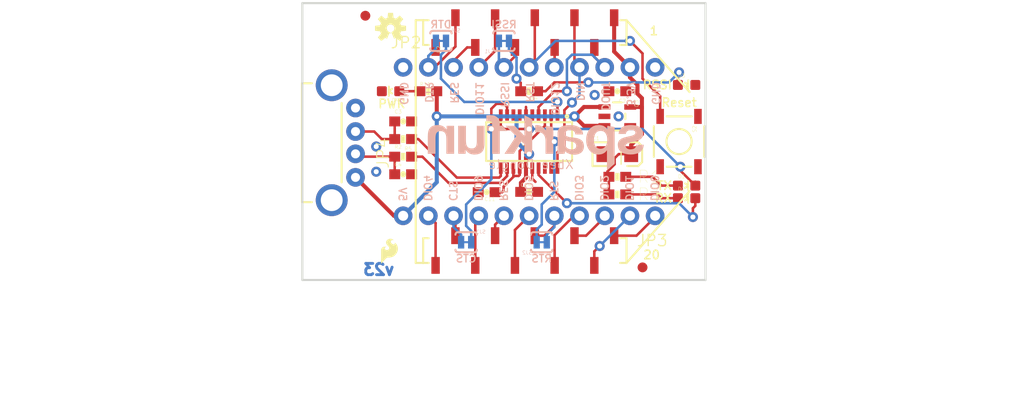
<source format=kicad_pcb>
(kicad_pcb (version 20211014) (generator pcbnew)
  (layers (0 "F.Cu" signal) (31 "B.Cu" signal) (34 "B.Paste" user) (35 "F.Paste" user) (36 "B.SilkS" user "B.Silkscreen") (37 "F.SilkS" user "F.Silkscreen") (38 "B.Mask" user) (39 "F.Mask" user) (44 "Edge.Cuts" user))
  (net 0 "")
  (net 1 "GND")
  (net 2 "RESET")
  (net 3 "5V")
  (net 4 "N$38")
  (net 5 "N$1")
  (net 6 "N$4")
  (net 7 "DIN")
  (net 8 "DOUT")
  (net 9 "3.3V")
  (net 10 "TXLED")
  (net 11 "RXLED")
  (net 12 "DIO4")
  (net 13 "CTS")
  (net 14 "DIO9")
  (net 15 "DIO5")
  (net 16 "RTS")
  (net 17 "DIO3")
  (net 18 "DIO2")
  (net 19 "DIO1")
  (net 20 "DIO0")
  (net 21 "DTR")
  (net 22 "RES1")
  (net 23 "RES2")
  (net 24 "DIO11")
  (net 25 "RSSI")
  (net 26 "DIO12")
  (net 27 "N$2")
  (net 28 "3V-INT")
  (net 29 "N$3")
  (net 30 "N$5")
  (net 31 "N$6")
  (net 32 "N$7")
  (net 33 "N$8")
  (net 34 "RTS_XBEE")
  (net 35 "CTS_XBEE")
  (net 36 "DTR_XBEE")
  (footprint "boardEagle:SOT23-5" (layer "F.Cu") (at 159.9311 102.4636 -90)
    (fp_text reference "U3" (at -0.889 -2.159 -90) (layer "F.SilkS") (effects (font (size 0.373888 0.373888) (thickness 0.032512)) (justify left bottom)))
    (fp_text value "MIC5219 3.3V")
    (pad "1" smd rect (at -0.95 1.3001 270) (size 0.55 1.2) (layers "F.Cu" "F.Paste" "F.Mask") (net 3 "5V"))
    (pad "2" smd rect (at 0 1.3001 270) (size 0.55 1.2) (layers "F.Cu" "F.Paste" "F.Mask") (net 1 "GND"))
    (pad "3" smd rect (at 0.95 1.3001 270) (size 0.55 1.2) (layers "F.Cu" "F.Paste" "F.Mask") (net 3 "5V"))
    (pad "4" smd rect (at 0.95 -1.3001 270) (size 0.55 1.2) (layers "F.Cu" "F.Paste" "F.Mask"))
    (pad "5" smd rect (at -0.95 -1.3001 270) (size 0.55 1.2) (layers "F.Cu" "F.Paste" "F.Mask") (net 9 "3.3V"))
  )
  (footprint "boardEagle:0603-CAP" (layer "F.Cu") (at 138.3411 108.3056)
    (fp_text reference "C4" (at -0.889 -0.762) (layer "F.SilkS") (effects (font (size 0.373888 0.373888) (thickness 0.032512)) (justify left bottom)))
    (fp_text value "47pF")
    (pad "1" smd rect (at -0.85 0) (size 1.1 1) (layers "F.Cu" "F.Paste" "F.Mask") (net 29 "N$3"))
    (pad "2" smd rect (at 0.85 0) (size 1.1 1) (layers "F.Cu" "F.Paste" "F.Mask") (net 1 "GND"))
  )
  (footprint "boardEagle:CREATIVE_COMMONS" (layer "F.Cu") (at 118.0211 129.1336)
    (fp_text reference "FRAME1" hide)
    (fp_text value "FRAME-LETTER" hide)
  )
  (footprint "boardEagle:0603-CAP" (layer "F.Cu") (at 159.9311 99.9236 180)
    (fp_text reference "C2" (at -0.889 -0.762 180) (layer "F.SilkS") (effects (font (size 0.373888 0.373888) (thickness 0.032512)) (justify right top)))
    (fp_text value "0.1uF")
    (pad "1" smd rect (at -0.85 0 180) (size 1.1 1) (layers "F.Cu" "F.Paste" "F.Mask") (net 9 "3.3V"))
    (pad "2" smd rect (at 0.85 0 180) (size 1.1 1) (layers "F.Cu" "F.Paste" "F.Mask") (net 1 "GND"))
  )
  (footprint "boardEagle:EIA3216" (layer "F.Cu") (at 159.9311 106.2736)
    (fp_text reference "C1" (at -2.54 -1.381) (layer "F.SilkS") (effects (font (size 0.373888 0.373888) (thickness 0.032512)) (justify left bottom)))
    (fp_text value "10uF")
    (pad "A" smd rect (at 1.4 0 90) (size 1.6 1.4) (layers "F.Cu" "F.Paste" "F.Mask") (net 9 "3.3V"))
    (pad "C" smd rect (at -1.4 0 90) (size 1.6 1.4) (layers "F.Cu" "F.Paste" "F.Mask") (net 1 "GND"))
  )
  (footprint "boardEagle:0603-RES" (layer "F.Cu") (at 151.0411 99.9236 180)
    (fp_text reference "R4" (at -0.889 -0.6985) (layer "F.SilkS") (effects (font (size 0.376489 0.376489) (thickness 0.029911)) (justify right)))
    (fp_text value "330")
    (pad "1" smd rect (at -0.85 0 180) (size 1.1 1) (layers "F.Cu" "F.Paste" "F.Mask") (net 27 "N$2"))
    (pad "2" smd rect (at 0.85 0 180) (size 1.1 1) (layers "F.Cu" "F.Paste" "F.Mask") (net 33 "N$8"))
  )
  (footprint "boardEagle:SFE_LOGO_FLAME_.1" (layer "F.Cu") (at 135.8011 117.7036)
    (fp_text reference "LOGO1" hide)
    (fp_text value "SFE_LOGO_FLAME.1_INCH" hide)
  )
  (footprint "boardEagle:0603-CAP" (layer "F.Cu") (at 146.758662 110.111541 180)
    (fp_text reference "C11" (at -0.889 -0.6985) (layer "F.SilkS") (effects (font (size 0.376489 0.376489) (thickness 0.029911)) (justify right)))
    (fp_text value "0.1uF")
    (pad "1" smd rect (at -0.85 0 180) (size 1.1 1) (layers "F.Cu" "F.Paste" "F.Mask") (net 28 "3V-INT"))
    (pad "2" smd rect (at 0.85 0 180) (size 1.1 1) (layers "F.Cu" "F.Paste" "F.Mask") (net 1 "GND"))
  )
  (footprint "boardEagle:FIDUCIAL-1X2" (layer "F.Cu") (at 162.4711 117.7036)
    (fp_text reference "FID2" hide)
    (fp_text value "FIDUCIAL1X2" hide)
    (pad "1" smd roundrect (at 0 0) (size 1 1) (layers "F.Cu" "F.Mask") (roundrect_rratio 0.5))
  )
  (footprint "boardEagle:FIDUCIAL-1X2" (layer "F.Cu") (at 134.5311 92.3036)
    (fp_text reference "FID1" hide)
    (fp_text value "FIDUCIAL1X2" hide)
    (pad "1" smd roundrect (at 0 0) (size 1 1) (layers "F.Cu" "F.Mask") (roundrect_rratio 0.5))
  )
  (footprint "boardEagle:STAND-OFF" (layer "F.Cu") (at 130.7211 116.4336)
    (fp_text reference "U$5" hide)
    (fp_text value "STAND-OFF" hide)
    (pad "" np_thru_hole circle (at 0 0) (size 3.302 3.302) (drill 3.302) (layers *.Cu *.Mask))
  )
  (footprint "boardEagle:0603-RES" (layer "F.Cu") (at 138.3411 106.5276)
    (fp_text reference "R2" (at -0.889 -0.762) (layer "F.SilkS") (effects (font (size 0.373888 0.373888) (thickness 0.032512)) (justify left bottom)))
    (fp_text value "27")
    (pad "1" smd rect (at -0.85 0) (size 1.1 1) (layers "F.Cu" "F.Paste" "F.Mask") (net 29 "N$3"))
    (pad "2" smd rect (at 0.85 0) (size 1.1 1) (layers "F.Cu" "F.Paste" "F.Mask") (net 30 "N$5"))
  )
  (footprint "boardEagle:0603-RES" (layer "F.Cu") (at 159.9311 108.5596)
    (fp_text reference "R1" (at 2 0) (layer "F.SilkS") (effects (font (size 1.240089 1.240089) (thickness 0.029911)) (justify left)))
    (fp_text value "1K")
    (pad "1" smd rect (at -0.85 0) (size 1.1 1) (layers "F.Cu" "F.Paste" "F.Mask") (net 9 "3.3V"))
    (pad "2" smd rect (at 0.85 0) (size 1.1 1) (layers "F.Cu" "F.Paste" "F.Mask") (net 5 "N$1"))
  )
  (footprint "boardEagle:1X11_NO_SILK" (layer "F.Cu") (at 163.7411 112.4966 180)
    (fp_text reference "JP3" (at -1.3462 -1.8288 180) (layer "F.SilkS") (effects (font (size 1.143 1.143) (thickness 0.127)) (justify right top)))
    (fp_text value "M111X11_NO_SILK")
    (pad "1" thru_hole circle (at 0 0 270) (size 1.8796 1.8796) (drill 1.016) (layers *.Cu *.Mask) (net 20 "DIO0"))
    (pad "2" thru_hole circle (at 2.54 0 270) (size 1.8796 1.8796) (drill 1.016) (layers *.Cu *.Mask) (net 19 "DIO1"))
    (pad "3" thru_hole circle (at 5.08 0 270) (size 1.8796 1.8796) (drill 1.016) (layers *.Cu *.Mask) (net 18 "DIO2"))
    (pad "4" thru_hole circle (at 7.62 0 270) (size 1.8796 1.8796) (drill 1.016) (layers *.Cu *.Mask) (net 17 "DIO3"))
    (pad "5" thru_hole circle (at 10.16 0 270) (size 1.8796 1.8796) (drill 1.016) (layers *.Cu *.Mask) (net 34 "RTS_XBEE"))
    (pad "6" thru_hole circle (at 12.7 0 270) (size 1.8796 1.8796) (drill 1.016) (layers *.Cu *.Mask) (net 15 "DIO5"))
    (pad "7" thru_hole circle (at 15.24 0 270) (size 1.8796 1.8796) (drill 1.016) (layers *.Cu *.Mask) (net 23 "RES2"))
    (pad "8" thru_hole circle (at 17.78 0 270) (size 1.8796 1.8796) (drill 1.016) (layers *.Cu *.Mask) (net 14 "DIO9"))
    (pad "9" thru_hole circle (at 20.32 0 270) (size 1.8796 1.8796) (drill 1.016) (layers *.Cu *.Mask) (net 35 "CTS_XBEE"))
    (pad "10" thru_hole circle (at 22.86 0 270) (size 1.8796 1.8796) (drill 1.016) (layers *.Cu *.Mask) (net 12 "DIO4"))
    (pad "11" thru_hole circle (at 25.4 0 270) (size 1.8796 1.8796) (drill 1.016) (layers *.Cu *.Mask) (net 3 "5V"))
  )
  (footprint "boardEagle:1X11_NO_SILK" (layer "F.Cu") (at 138.3411 97.5106)
    (fp_text reference "JP2" (at -1.3462 -1.8288) (layer "F.SilkS") (effects (font (size 1.143 1.143) (thickness 0.127)) (justify left bottom)))
    (fp_text value "M111X11_NO_SILK")
    (pad "1" thru_hole circle (at 0 0 90) (size 1.8796 1.8796) (drill 1.016) (layers *.Cu *.Mask) (net 1 "GND"))
    (pad "2" thru_hole circle (at 2.54 0 90) (size 1.8796 1.8796) (drill 1.016) (layers *.Cu *.Mask) (net 36 "DTR_XBEE"))
    (pad "3" thru_hole circle (at 5.08 0 90) (size 1.8796 1.8796) (drill 1.016) (layers *.Cu *.Mask) (net 22 "RES1"))
    (pad "4" thru_hole circle (at 7.62 0 90) (size 1.8796 1.8796) (drill 1.016) (layers *.Cu *.Mask) (net 24 "DIO11"))
    (pad "5" thru_hole circle (at 10.16 0 90) (size 1.8796 1.8796) (drill 1.016) (layers *.Cu *.Mask) (net 25 "RSSI"))
    (pad "6" thru_hole circle (at 12.7 0 90) (size 1.8796 1.8796) (drill 1.016) (layers *.Cu *.Mask) (net 2 "RESET"))
    (pad "7" thru_hole circle (at 15.24 0 90) (size 1.8796 1.8796) (drill 1.016) (layers *.Cu *.Mask) (net 26 "DIO12"))
    (pad "8" thru_hole circle (at 17.78 0 90) (size 1.8796 1.8796) (drill 1.016) (layers *.Cu *.Mask) (net 7 "DIN"))
    (pad "9" thru_hole circle (at 20.32 0 90) (size 1.8796 1.8796) (drill 1.016) (layers *.Cu *.Mask) (net 8 "DOUT"))
    (pad "10" thru_hole circle (at 22.86 0 90) (size 1.8796 1.8796) (drill 1.016) (layers *.Cu *.Mask) (net 9 "3.3V"))
    (pad "11" thru_hole circle (at 25.4 0 90) (size 1.8796 1.8796) (drill 1.016) (layers *.Cu *.Mask) (net 1 "GND"))
  )
  (footprint "boardEagle:STAND-OFF" (layer "F.Cu") (at 166.2811 93.5736)
    (fp_text reference "U$10" hide)
    (fp_text value "STAND-OFF" hide)
    (pad "" np_thru_hole circle (at 0 0) (size 3.302 3.302) (drill 3.302) (layers *.Cu *.Mask))
  )
  (footprint "boardEagle:XBEE-SMD" (layer "F.Cu") (at 139.6111 105.0036 -90)
    (fp_text reference "U2" (at -8.89 -2.54 -90) (layer "F.SilkS") (effects (font (size 0.373888 0.373888) (thickness 0.032512)) (justify left bottom)))
    (fp_text value "XBEE-1B3")
    (pad "1" smd rect (at -12.5 -20) (size 0.85 1.7) (layers "F.Cu" "F.Paste" "F.Mask") (net 9 "3.3V"))
    (pad "2" smd rect (at -9.5 -18) (size 0.85 1.7) (layers "F.Cu" "F.Paste" "F.Mask") (net 8 "DOUT"))
    (pad "3" smd rect (at -12.5 -16) (size 0.85 1.7) (layers "F.Cu" "F.Paste" "F.Mask") (net 7 "DIN"))
    (pad "4" smd rect (at -9.5 -14) (size 0.85 1.7) (layers "F.Cu" "F.Paste" "F.Mask") (net 26 "DIO12"))
    (pad "5" smd rect (at -12.5 -12) (size 0.85 1.7) (layers "F.Cu" "F.Paste" "F.Mask") (net 2 "RESET"))
    (pad "6" smd rect (at -9.5 -10) (size 0.85 1.7) (layers "F.Cu" "F.Paste" "F.Mask") (net 25 "RSSI"))
    (pad "7" smd rect (at -12.5 -8) (size 0.85 1.7) (layers "F.Cu" "F.Paste" "F.Mask") (net 24 "DIO11"))
    (pad "8" smd rect (at -9.5 -6) (size 0.85 1.7) (layers "F.Cu" "F.Paste" "F.Mask") (net 22 "RES1"))
    (pad "9" smd rect (at -12.5 -4) (size 0.85 1.7) (layers "F.Cu" "F.Paste" "F.Mask") (net 36 "DTR_XBEE"))
    (pad "10" smd rect (at -9.5 -2) (size 0.85 1.7) (layers "F.Cu" "F.Paste" "F.Mask") (net 1 "GND"))
    (pad "11" smd rect (at 12.5 -2) (size 0.85 1.7) (layers "F.Cu" "F.Paste" "F.Mask") (net 12 "DIO4"))
    (pad "12" smd rect (at 9.5 -4) (size 0.85 1.7) (layers "F.Cu" "F.Paste" "F.Mask") (net 35 "CTS_XBEE"))
    (pad "13" smd rect (at 12.5 -6) (size 0.85 1.7) (layers "F.Cu" "F.Paste" "F.Mask") (net 14 "DIO9"))
    (pad "14" smd rect (at 9.5 -8) (size 0.85 1.7) (layers "F.Cu" "F.Paste" "F.Mask") (net 23 "RES2"))
    (pad "15" smd rect (at 12.5 -10) (size 0.85 1.7) (layers "F.Cu" "F.Paste" "F.Mask") (net 15 "DIO5"))
    (pad "16" smd rect (at 9.5 -12) (size 0.85 1.7) (layers "F.Cu" "F.Paste" "F.Mask") (net 34 "RTS_XBEE"))
    (pad "17" smd rect (at 12.5 -14) (size 0.85 1.7) (layers "F.Cu" "F.Paste" "F.Mask") (net 17 "DIO3"))
    (pad "18" smd rect (at 9.5 -16) (size 0.85 1.7) (layers "F.Cu" "F.Paste" "F.Mask") (net 18 "DIO2"))
    (pad "19" smd rect (at 12.5 -18) (size 0.85 1.7) (layers "F.Cu" "F.Paste" "F.Mask") (net 19 "DIO1"))
    (pad "20" smd rect (at 9.5 -20) (size 0.85 1.7) (layers "F.Cu" "F.Paste" "F.Mask") (net 20 "DIO0"))
  )
  (footprint "boardEagle:SSOP20_L" (layer "F.Cu") (at 151.0411 105.0036 180)
    (fp_text reference "U4" (at 0 0 180) (layer "F.SilkS") (effects (font (size 0.373888 0.373888) (thickness 0.032512)) (justify right top)))
    (fp_text value "FTS31XS-U")
    (pad "1" smd rect (at -2.8575 2.6797) (size 0.381 1.143) (layers "F.Cu" "F.Paste" "F.Mask") (net 21 "DTR"))
    (pad "2" smd rect (at -2.2225 2.6797) (size 0.381 1.143) (layers "F.Cu" "F.Paste" "F.Mask") (net 16 "RTS"))
    (pad "3" smd rect (at -1.5875 2.6797) (size 0.381 1.143) (layers "F.Cu" "F.Paste" "F.Mask") (net 28 "3V-INT"))
    (pad "4" smd rect (at -0.9525 2.6797) (size 0.381 1.143) (layers "F.Cu" "F.Paste" "F.Mask") (net 8 "DOUT"))
    (pad "5" smd rect (at -0.3175 2.6797) (size 0.381 1.143) (layers "F.Cu" "F.Paste" "F.Mask"))
    (pad "6" smd rect (at 0.3175 2.6797) (size 0.381 1.143) (layers "F.Cu" "F.Paste" "F.Mask") (net 1 "GND"))
    (pad "7" smd rect (at 0.9525 2.6797) (size 0.381 1.143) (layers "F.Cu" "F.Paste" "F.Mask"))
    (pad "8" smd rect (at 1.5875 2.6797) (size 0.381 1.143) (layers "F.Cu" "F.Paste" "F.Mask"))
    (pad "9" smd rect (at 2.2225 2.6797) (size 0.381 1.143) (layers "F.Cu" "F.Paste" "F.Mask") (net 13 "CTS"))
    (pad "10" smd rect (at 2.8575 2.6797) (size 0.381 1.143) (layers "F.Cu" "F.Paste" "F.Mask") (net 10 "TXLED"))
    (pad "11" smd rect (at 2.8575 -2.6797 180) (size 0.381 1.143) (layers "F.Cu" "F.Paste" "F.Mask") (net 32 "N$7"))
    (pad "12" smd rect (at 2.2225 -2.6797 180) (size 0.381 1.143) (layers "F.Cu" "F.Paste" "F.Mask") (net 30 "N$5"))
    (pad "13" smd rect (at 1.5875 -2.6797 180) (size 0.381 1.143) (layers "F.Cu" "F.Paste" "F.Mask") (net 28 "3V-INT"))
    (pad "14" smd rect (at 0.9525 -2.6797 180) (size 0.381 1.143) (layers "F.Cu" "F.Paste" "F.Mask") (net 28 "3V-INT"))
    (pad "15" smd rect (at 0.3175 -2.6797 180) (size 0.381 1.143) (layers "F.Cu" "F.Paste" "F.Mask") (net 3 "5V"))
    (pad "16" smd rect (at -0.3175 -2.6797 180) (size 0.381 1.143) (layers "F.Cu" "F.Paste" "F.Mask") (net 1 "GND"))
    (pad "17" smd rect (at -0.9525 -2.6797 180) (size 0.381 1.143) (layers "F.Cu" "F.Paste" "F.Mask") (net 11 "RXLED"))
    (pad "18" smd rect (at -1.5875 -2.6797 180) (size 0.381 1.143) (layers "F.Cu" "F.Paste" "F.Mask"))
    (pad "19" smd rect (at -2.2225 -2.6797 180) (size 0.381 1.143) (layers "F.Cu" "F.Paste" "F.Mask"))
    (pad "20" smd rect (at -2.8575 -2.6797 180) (size 0.381 1.143) (layers "F.Cu" "F.Paste" "F.Mask") (net 7 "DIN"))
  )
  (footprint "boardEagle:LED-0603" (layer "F.Cu") (at 137.0711 99.9236 90)
    (fp_text reference "D4" (at -0.6985 0.889 180) (layer "F.SilkS") (effects (font (size 0.373888 0.373888) (thickness 0.032512)) (justify right top)))
    (fp_text value "RED")
    (pad "A" smd roundrect (at 0 0.877 90) (size 1 1) (layers "F.Cu" "F.Paste" "F.Mask") (roundrect_rratio 0.15) (net 4 "N$38"))
    (pad "C" smd roundrect (at 0 -0.877 90) (size 1 1) (layers "F.Cu" "F.Paste" "F.Mask") (roundrect_rratio 0.15) (net 1 "GND"))
  )
  (footprint "boardEagle:0603-CAP" (layer "F.Cu") (at 138.3411 102.9716)
    (fp_text reference "C3" (at -0.889 -0.762) (layer "F.SilkS") (effects (font (size 0.373888 0.373888) (thickness 0.032512)) (justify left bottom)))
    (fp_text value "47pF")
    (pad "1" smd rect (at -0.85 0) (size 1.1 1) (layers "F.Cu" "F.Paste" "F.Mask") (net 31 "N$6"))
    (pad "2" smd rect (at 0.85 0) (size 1.1 1) (layers "F.Cu" "F.Paste" "F.Mask") (net 1 "GND"))
  )
  (footprint "boardEagle:0603-CAP" (layer "F.Cu") (at 151.0411 110.0836)
    (fp_text reference "C14" (at -0.889 -0.6985) (layer "F.SilkS") (effects (font (size 0.376489 0.376489) (thickness 0.029911)) (justify left)))
    (fp_text value "0.1uF")
    (pad "1" smd rect (at -0.85 0) (size 1.1 1) (layers "F.Cu" "F.Paste" "F.Mask") (net 3 "5V"))
    (pad "2" smd rect (at 0.85 0) (size 1.1 1) (layers "F.Cu" "F.Paste" "F.Mask") (net 1 "GND"))
  )
  (footprint "boardEagle:LED-0603" (layer "F.Cu") (at 166.9161 99.2886 -90)
    (fp_text reference "D3" (at -0.6985 0.889) (layer "F.SilkS") (effects (font (size 0.373888 0.373888) (thickness 0.032512)) (justify left bottom)))
    (fp_text value "GREEN")
    (pad "A" smd roundrect (at 0 0.877 270) (size 1 1) (layers "F.Cu" "F.Paste" "F.Mask") (roundrect_rratio 0.15) (net 27 "N$2"))
    (pad "C" smd roundrect (at 0 -0.877 270) (size 1 1) (layers "F.Cu" "F.Paste" "F.Mask") (roundrect_rratio 0.15) (net 1 "GND"))
  )
  (footprint "boardEagle:LED-0603" (layer "F.Cu") (at 166.9161 110.7186 -90)
    (fp_text reference "D2" (at -0.6985 0.889) (layer "F.SilkS") (effects (font (size 0.373888 0.373888) (thickness 0.032512)) (justify left bottom)))
    (fp_text value "Yellow")
    (pad "A" smd roundrect (at 0 0.877 270) (size 1 1) (layers "F.Cu" "F.Paste" "F.Mask") (roundrect_rratio 0.15) (net 6 "N$4"))
    (pad "C" smd roundrect (at 0 -0.877 270) (size 1 1) (layers "F.Cu" "F.Paste" "F.Mask") (roundrect_rratio 0.15) (net 11 "RXLED"))
  )
  (footprint "boardEagle:0603-RES" (layer "F.Cu") (at 140.8811 99.9236)
    (fp_text reference "R11" (at -0.889 -0.6985) (layer "F.SilkS") (effects (font (size 0.376489 0.376489) (thickness 0.029911)) (justify left)))
    (fp_text value "1K")
    (pad "1" smd rect (at -0.85 0) (size 1.1 1) (layers "F.Cu" "F.Paste" "F.Mask") (net 4 "N$38"))
    (pad "2" smd rect (at 0.85 0) (size 1.1 1) (layers "F.Cu" "F.Paste" "F.Mask") (net 3 "5V"))
  )
  (footprint "boardEagle:STAND-OFF" (layer "F.Cu") (at 166.2811 116.4336)
    (fp_text reference "U$11" hide)
    (fp_text value "STAND-OFF" hide)
    (pad "" np_thru_hole circle (at 0 0) (size 3.302 3.302) (drill 3.302) (layers *.Cu *.Mask))
  )
  (footprint "boardEagle:TACTILE_SWITCH_SMD" (layer "F.Cu") (at 166.1541 105.0036 -90)
    (fp_text reference "S2" (at -0.889 -1.778 -90) (layer "F.SilkS") (effects (font (size 0.373888 0.373888) (thickness 0.032512)) (justify left bottom)))
    (fp_text value "Reset")
    (pad "1" smd rect (at -2.54 -1.905) (size 0.762 1.524) (layers "F.Cu" "F.Paste" "F.Mask") (net 1 "GND"))
    (pad "2" smd rect (at 2.54 -1.905) (size 0.762 1.524) (layers "F.Cu" "F.Paste" "F.Mask"))
    (pad "3" smd rect (at -2.54 1.905) (size 0.762 1.524) (layers "F.Cu" "F.Paste" "F.Mask") (net 2 "RESET"))
    (pad "4" smd rect (at 2.54 1.905) (size 0.762 1.524) (layers "F.Cu" "F.Paste" "F.Mask"))
  )
  (footprint "boardEagle:0603-RES" (layer "F.Cu") (at 159.9311 110.3376)
    (fp_text reference "R3" (at 2 0) (layer "F.SilkS") (effects (font (size 1.240089 1.240089) (thickness 0.029911)) (justify left)))
    (fp_text value "1K")
    (pad "1" smd rect (at -0.85 0) (size 1.1 1) (layers "F.Cu" "F.Paste" "F.Mask") (net 9 "3.3V"))
    (pad "2" smd rect (at 0.85 0) (size 1.1 1) (layers "F.Cu" "F.Paste" "F.Mask") (net 6 "N$4"))
  )
  (footprint "boardEagle:USB-A-H" (layer "F.Cu") (at 131.1402 105.1179)
    (fp_text reference "JP4" (at 5.85 2.7 90) (layer "F.SilkS") (effects (font (size 1.1684 1.1684) (thickness 0.1016)) (justify left bottom)))
    (fp_text value "USB-A-H" hide)
    (pad "" np_thru_hole circle (at -0.1 -2.25) (size 1.1 1.1) (drill 1.1) (layers *.Cu *.Mask))
    (pad "" np_thru_hole circle (at -0.1 2.25) (size 1.1 1.1) (drill 1.1) (layers *.Cu *.Mask))
    (pad "D+" thru_hole circle (at 2.4 -1.127 270) (size 1.8796 1.8796) (drill 0.9144) (layers *.Cu *.Mask) (net 31 "N$6"))
    (pad "D-" thru_hole circle (at 2.4 1.127 270) (size 1.8796 1.8796) (drill 0.9144) (layers *.Cu *.Mask) (net 29 "N$3"))
    (pad "GND" thru_hole circle (at 2.4 -3.5 270) (size 1.8796 1.8796) (drill 0.9144) (layers *.Cu *.Mask) (net 1 "GND"))
    (pad "GND2" thru_hole circle (at 0 5.8 270) (size 3.216 3.216) (drill 2.2) (layers *.Cu *.Mask))
    (pad "GND3" thru_hole circle (at 0 -5.8 270) (size 3.216 3.216) (drill 2.2) (layers *.Cu *.Mask))
    (pad "VBUS" thru_hole circle (at 2.4 3.5 270) (size 1.8796 1.8796) (drill 0.9144) (layers *.Cu *.Mask) (net 3 "5V"))
  )
  (footprint "boardEagle:0603-RES" (layer "F.Cu") (at 138.3411 104.7496 180)
    (fp_text reference "R5" (at -0.889 -0.762 180) (layer "F.SilkS") (effects (font (size 0.373888 0.373888) (thickness 0.032512)) (justify right top)))
    (fp_text value "27")
    (pad "1" smd rect (at -0.85 0 180) (size 1.1 1) (layers "F.Cu" "F.Paste" "F.Mask") (net 32 "N$7"))
    (pad "2" smd rect (at 0.85 0 180) (size 1.1 1) (layers "F.Cu" "F.Paste" "F.Mask") (net 31 "N$6"))
  )
  (footprint "boardEagle:LED-0603" (layer "F.Cu") (at 166.9161 109.4486 -90)
    (fp_text reference "D1" (at -0.6985 0.889) (layer "F.SilkS") (effects (font (size 0.373888 0.373888) (thickness 0.032512)) (justify left bottom)))
    (fp_text value "GREEN")
    (pad "A" smd roundrect (at 0 0.877 270) (size 1 1) (layers "F.Cu" "F.Paste" "F.Mask") (roundrect_rratio 0.15) (net 5 "N$1"))
    (pad "C" smd roundrect (at 0 -0.877 270) (size 1 1) (layers "F.Cu" "F.Paste" "F.Mask") (roundrect_rratio 0.15) (net 10 "TXLED"))
  )
  (footprint "boardEagle:STAND-OFF" (layer "F.Cu") (at 130.7211 93.5736)
    (fp_text reference "U$9" hide)
    (fp_text value "STAND-OFF" hide)
    (pad "" np_thru_hole circle (at 0 0) (size 3.302 3.302) (drill 3.302) (layers *.Cu *.Mask))
  )
  (footprint "boardEagle:OSHW-LOGO-S" (layer "F.Cu") (at 137.0711 93.5736)
    (fp_text reference "U$7" hide)
    (fp_text value "OSHW-LOGOS" hide)
  )
  (footprint "boardEagle:SFE_LOGO_NAME_.2" (layer "B.Cu") (at 162.5981 107.9246 180)
    (fp_text reference "LOGO2" hide)
    (fp_text value "SFE_LOGO_NAME.2_INCH" hide)
  )
  (footprint "boardEagle:SJ_2S-TRACE" (layer "B.Cu") (at 142.1511 94.8436 180)
    (fp_text reference "SJ4" (at -0.9525 1.27) (layer "B.SilkS") (effects (font (size 0.373888 0.373888) (thickness 0.032512)) (justify right top mirror)))
    (fp_text value "RSSI")
    (fp_line (start -0.381 0) (end 0.381 0) (layer "B.Cu") (width 0.2032))
    (pad "1" smd rect (at -0.508 0 180) (size 0.635 1.27) (layers "B.Cu" "B.Mask") (net 21 "DTR"))
    (pad "2" smd rect (at 0.508 0 180) (size 0.635 1.27) (layers "B.Cu" "B.Mask") (net 36 "DTR_XBEE"))
  )
  (footprint "boardEagle:SJ_2S-TRACE" (layer "B.Cu") (at 144.6911 115.1636 180)
    (fp_text reference "SJ3" (at -0.9525 1.27) (layer "B.SilkS") (effects (font (size 0.373888 0.373888) (thickness 0.032512)) (justify right top mirror)))
    (fp_text value "RSSI")
    (fp_line (start -0.381 0) (end 0.381 0) (layer "B.Cu") (width 0.2032))
    (pad "1" smd rect (at -0.508 0 180) (size 0.635 1.27) (layers "B.Cu" "B.Mask") (net 13 "CTS"))
    (pad "2" smd rect (at 0.508 0 180) (size 0.635 1.27) (layers "B.Cu" "B.Mask") (net 35 "CTS_XBEE"))
  )
  (footprint "boardEagle:SJ_2S-TRACE" (layer "B.Cu") (at 148.5011 94.8436)
    (fp_text reference "SJ1" (at -0.9525 1.27 180) (layer "B.SilkS") (effects (font (size 0.373888 0.373888) (thickness 0.032512)) (justify left bottom mirror)))
    (fp_text value "RSSI")
    (fp_line (start -0.381 0) (end 0.381 0) (layer "B.Cu") (width 0.2032))
    (pad "1" smd rect (at -0.508 0) (size 0.635 1.27) (layers "B.Cu" "B.Mask") (net 25 "RSSI"))
    (pad "2" smd rect (at 0.508 0) (size 0.635 1.27) (layers "B.Cu" "B.Mask") (net 33 "N$8"))
  )
  (footprint "boardEagle:SJ_2S-TRACE" (layer "B.Cu") (at 152.3111 115.1636)
    (fp_text reference "SJ2" (at -0.9525 1.27 180) (layer "B.SilkS") (effects (font (size 0.373888 0.373888) (thickness 0.032512)) (justify left bottom mirror)))
    (fp_text value "RSSI")
    (fp_line (start -0.381 0) (end 0.381 0) (layer "B.Cu") (width 0.2032))
    (pad "1" smd rect (at -0.508 0) (size 0.635 1.27) (layers "B.Cu" "B.Mask") (net 16 "RTS"))
    (pad "2" smd rect (at 0.508 0) (size 0.635 1.27) (layers "B.Cu" "B.Mask") (net 34 "RTS_XBEE"))
  )
  (gr_line (start 128.1811 91.0336) (end 128.1811 118.9736) (layer "Edge.Cuts") (width 0.2032))
  (gr_line (start 128.1811 118.9736) (end 168.8211 118.9736) (layer "Edge.Cuts") (width 0.2032))
  (gr_line (start 128.1811 91.0336) (end 168.8211 91.0336) (layer "Edge.Cuts") (width 0.2032))
  (gr_line (start 168.8211 118.9736) (end 168.8211 91.0336) (layer "Edge.Cuts") (width 0.2032))
  (gr_text "v23" (at 137.5791 118.5926) (layer "B.Cu") (effects (font (size 1.13792 1.13792) (thickness 0.28448)) (justify left bottom mirror)))
  (gr_text "RSSI" (at 148.5011 93.1926) (layer "B.SilkS") (effects (font (size 0.75565 0.75565) (thickness 0.13335)) (justify mirror)))
  (gr_text "3.3V" (at 161.7091 98.9076 -90) (layer "B.SilkS") (effects (font (size 0.75565 0.75565) (thickness 0.13335)) (justify right top mirror)))
  (gr_text "RES" (at 143.9291 98.9076 -90) (layer "B.SilkS") (effects (font (size 0.75565 0.75565) (thickness 0.13335)) (justify right top mirror)))
  (gr_text "RES" (at 147.9931 111.0996 -90) (layer "B.SilkS") (effects (font (size 0.75565 0.75565) (thickness 0.13335)) (justify left bottom mirror)))
  (gr_text "DIO4" (at 140.3731 111.0996 -90) (layer "B.SilkS") (effects (font (size 0.75565 0.75565) (thickness 0.13335)) (justify left bottom mirror)))
  (gr_text "DIO2" (at 158.1531 111.0996 -90) (layer "B.SilkS") (effects (font (size 0.75565 0.75565) (thickness 0.13335)) (justify left bottom mirror)))
  (gr_text "DTR" (at 142.1511 93.1926) (layer "B.SilkS") (effects (font (size 0.75565 0.75565) (thickness 0.13335)) (justify mirror)))
  (gr_text "5V" (at 137.8331 111.0996 -90) (layer "B.SilkS") (effects (font (size 0.75565 0.75565) (thickness 0.13335)) (justify left bottom mirror)))
  (gr_text "DOUT" (at 159.1691 98.9076 -90) (layer "B.SilkS") (effects (font (size 0.75565 0.75565) (thickness 0.13335)) (justify right top mirror)))
  (gr_text "DIO12" (at 154.0891 98.9076 -90) (layer "B.SilkS") (effects (font (size 0.75565 0.75565) (thickness 0.13335)) (justify right top mirror)))
  (gr_text "DTR" (at 141.3891 98.9076 -90) (layer "B.SilkS") (effects (font (size 0.75565 0.75565) (thickness 0.13335)) (justify right top mirror)))
  (gr_text "DIN" (at 156.6291 98.9076 -90) (layer "B.SilkS") (effects (font (size 0.75565 0.75565) (thickness 0.13335)) (justify right top mirror)))
  (gr_text "DIO1" (at 160.6931 111.0996 -90) (layer "B.SilkS") (effects (font (size 0.75565 0.75565) (thickness 0.13335)) (justify left bottom mirror)))
  (gr_text "GND" (at 138.8491 98.9076 -90) (layer "B.SilkS") (effects (font (size 0.75565 0.75565) (thickness 0.13335)) (justify right top mirror)))
  (gr_text "Xbee Dongle" (at 146.8501 106.7816) (layer "B.SilkS") (effects (font (size 0.9144 0.9144) (thickness 0.1016)) (justify right top mirror)))
  (gr_text "CTS" (at 142.9131 111.0996 -90) (layer "B.SilkS") (effects (font (size 0.75565 0.75565) (thickness 0.13335)) (justify left bottom mirror)))
  (gr_text "RSSI" (at 149.0091 98.9076 -90) (layer "B.SilkS") (effects (font (size 0.75565 0.75565) (thickness 0.13335)) (justify right top mirror)))
  (gr_text "DIO11" (at 146.4691 98.9076 -90) (layer "B.SilkS") (effects (font (size 0.75565 0.75565) (thickness 0.13335)) (justify right top mirror)))
  (gr_text "DIO3" (at 155.6131 111.0996 -90) (layer "B.SilkS") (effects (font (size 0.75565 0.75565) (thickness 0.13335)) (justify left bottom mirror)))
  (gr_text "DIO5" (at 150.5331 111.0996 -90) (layer "B.SilkS") (effects (font (size 0.75565 0.75565) (thickness 0.13335)) (justify left bottom mirror)))
  (gr_text "CTS" (at 144.6911 116.8146) (layer "B.SilkS") (effects (font (size 0.75565 0.75565) (thickness 0.13335)) (justify mirror)))
  (gr_text "GND" (at 164.2491 98.9076 -90) (layer "B.SilkS") (effects (font (size 0.75565 0.75565) (thickness 0.13335)) (justify right top mirror)))
  (gr_text "DIO9" (at 145.4531 111.0996 -90) (layer "B.SilkS") (effects (font (size 0.75565 0.75565) (thickness 0.13335)) (justify left bottom mirror)))
  (gr_text "RTS" (at 152.3111 116.8146) (layer "B.SilkS") (effects (font (size 0.75565 0.75565) (thickness 0.13335)) (justify mirror)))
  (gr_text "DIO0" (at 163.2331 111.0996 -90) (layer "B.SilkS") (effects (font (size 0.75565 0.75565) (thickness 0.13335)) (justify left bottom mirror)))
  (gr_text "RTS" (at 153.0731 111.0996 -90) (layer "B.SilkS") (effects (font (size 0.75565 0.75565) (thickness 0.13335)) (justify left bottom mirror)))
  (gr_text "RST" (at 151.5491 98.9076 -90) (layer "B.SilkS") (effects (font (size 0.75565 0.75565) (thickness 0.13335)) (justify right top mirror)))
  (gr_text "PWR" (at 137.1981 101.1936) (layer "F.SilkS") (effects (font (size 0.8636 0.8636) (thickness 0.1524))))
  (gr_text "RX" (at 165.5191 110.7186) (layer "F.SilkS") (effects (font (size 0.8636 0.8636) (thickness 0.1524)) (justify right)))
  (gr_text "TX" (at 165.5191 109.4486) (layer "F.SilkS") (effects (font (size 0.8636 0.8636) (thickness 0.1524)) (justify right)))
  (gr_text "RSSI" (at 165.5191 99.2886) (layer "F.SilkS") (effects (font (size 0.8636 0.8636) (thickness 0.1524)) (justify right)))
  (gr_text "20" (at 162.4711 116.9416) (layer "F.SilkS") (effects (font (size 0.8636 0.8636) (thickness 0.1524)) (justify left bottom)))
  (gr_text "1" (at 163.1061 94.3356) (layer "F.SilkS") (effects (font (size 0.8636 0.8636) (thickness 0.1524)) (justify left bottom)))
  (gr_text "Reset" (at 166.1541 101.5746) (layer "F.SilkS") (effects (font (size 0.8636 0.8636) (thickness 0.1524)) (justify bottom)))
  (segment (start 151.3586 107.6833) (end 151.3586 108.7501) (width 0.254) (layer "F.Cu") (net 1))
  (segment (start 151.3586 108.7501) (end 151.6761 109.0676) (width 0.254) (layer "F.Cu") (net 1))
  (segment (start 150.7236 102.3239) (end 150.7236 101.5111) (width 0.254) (layer "F.Cu") (net 1))
  (via (at 135.62584 105.506519) (size 1.016) (drill 0.508) (layers "F.Cu" "B.Cu") (net 1))
  (via (at 157.6451 100.3046) (size 1.016) (drill 0.508) (layers "F.Cu" "B.Cu") (net 1))
  (via (at 160.0581 102.4636) (size 1.016) (drill 0.508) (layers "F.Cu" "B.Cu") (net 1))
  (via (at 135.62584 108.046519) (size 1.016) (drill 0.508) (layers "F.Cu" "B.Cu") (net 1))
  (segment (start 151.6111 96.9406) (end 151.6111 92.5036) (width 0.254) (layer "F.Cu") (net 2))
  (segment (start 151.0411 97.5106) (end 151.6111 96.9406) (width 0.254) (layer "F.Cu") (net 2))
  (segment (start 164.2491 100.4316) (end 162.4711 98.6536) (width 0.254) (layer "F.Cu") (net 2))
  (segment (start 162.4711 98.6536) (end 162.4711 96.1136) (width 0.254) (layer "F.Cu") (net 2))
  (segment (start 162.4711 96.1136) (end 161.2011 94.8436) (width 0.254) (layer "F.Cu") (net 2))
  (segment (start 164.2491 102.4636) (end 164.2491 100.4316) (width 0.254) (layer "F.Cu") (net 2))
  (via (at 161.2011 94.8436) (size 1.016) (drill 0.508) (layers "F.Cu" "B.Cu") (net 2))
  (segment (start 153.7081 94.8436) (end 151.0411 97.5106) (width 0.254) (layer "B.Cu") (net 2))
  (segment (start 161.2011 94.8436) (end 153.7081 94.8436) (width 0.254) (layer "B.Cu") (net 2))
  (segment (start 150.7236 106.5911) (end 150.7236 107.6833) (width 0.4064) (layer "F.Cu") (net 3))
  (segment (start 150.7236 108.653579) (end 150.213059 109.164119) (width 0.4064) (layer "F.Cu") (net 3))
  (segment (start 156.5631 101.5136) (end 155.6131 102.4636) (width 0.4064) (layer "F.Cu") (net 3))
  (segment (start 156.5631 103.4136) (end 155.6131 102.4636) (width 0.4064) (layer "F.Cu") (net 3))
  (segment (start 150.213059 110.061641) (end 150.1911 110.0836) (width 0.4064) (layer "F.Cu") (net 3))
  (segment (start 138.3411 112.4966) (end 137.4189 112.4966) (width 0.4064) (layer "F.Cu") (net 3))
  (segment (start 137.4189 112.4966) (end 133.5402 108.6179) (width 0.4064) (layer "F.Cu") (net 3))
  (segment (start 158.631 101.5136) (end 156.5631 101.5136) (width 0.4064) (layer "F.Cu") (net 3))
  (segment (start 141.7311 99.9236) (end 141.7311 102.4636) (width 0.4064) (layer "F.Cu") (net 3))
  (segment (start 158.631 103.4136) (end 156.5631 103.4136) (width 0.4064) (layer "F.Cu") (net 3))
  (segment (start 150.213059 109.164119) (end 150.213059 110.061641) (width 0.4064) (layer "F.Cu") (net 3))
  (segment (start 151.0411 106.2736) (end 150.7236 106.5911) (width 0.4064) (layer "F.Cu") (net 3))
  (segment (start 150.7236 107.6833) (end 150.7236 108.653579) (width 0.4064) (layer "F.Cu") (net 3))
  (via (at 155.6131 102.4636) (size 1.016) (drill 0.508) (layers "F.Cu" "B.Cu") (net 3))
  (via (at 141.7311 102.4636) (size 1.016) (drill 0.508) (layers "F.Cu" "B.Cu") (net 3))
  (via (at 151.0411 106.2736) (size 1.016) (drill 0.508) (layers "F.Cu" "B.Cu") (net 3))
  (segment (start 155.6131 102.4636) (end 149.7711 102.4636) (width 0.4064) (layer "B.Cu") (net 3))
  (segment (start 141.7311 102.4636) (end 141.7311 109.1066) (width 0.4064) (layer "B.Cu") (net 3))
  (segment (start 141.7311 109.1066) (end 138.3411 112.4966) (width 0.4064) (layer "B.Cu") (net 3))
  (segment (start 149.7711 102.4636) (end 141.7311 102.4636) (width 0.4064) (layer "B.Cu") (net 3))
  (segment (start 151.0411 106.2736) (end 149.7711 105.0036) (width 0.4064) (layer "B.Cu") (net 3))
  (segment (start 149.7711 105.0036) (end 149.7711 102.4636) (width 0.4064) (layer "B.Cu") (net 3))
  (segment (start 137.9481 99.9236) (end 140.0311 99.9236) (width 0.254) (layer "F.Cu") (net 4))
  (segment (start 163.4871 108.5596) (end 164.3761 109.4486) (width 0.254) (layer "F.Cu") (net 5))
  (segment (start 164.3761 109.4486) (end 166.0391 109.4486) (width 0.254) (layer "F.Cu") (net 5))
  (segment (start 160.7811 108.5596) (end 163.4871 108.5596) (width 0.254) (layer "F.Cu") (net 5))
  (segment (start 164.3761 110.7186) (end 166.0391 110.7186) (width 0.254) (layer "F.Cu") (net 6))
  (segment (start 163.9951 110.3376) (end 164.3761 110.7186) (width 0.254) (layer "F.Cu") (net 6))
  (segment (start 160.7811 110.3376) (end 163.9951 110.3376) (width 0.254) (layer "F.Cu") (net 6))
  (segment (start 153.8986 106.0831) (end 154.5971 105.3846) (width 0.254) (layer "F.Cu") (net 7))
  (segment (start 153.8986 107.6833) (end 153.8986 106.0831) (width 0.254) (layer "F.Cu") (net 7))
  (segment (start 155.6111 97.0006) (end 155.6111 92.5036) (width 0.254) (layer "F.Cu") (net 7))
  (segment (start 154.5971 101.8286) (end 155.3591 101.0666) (width 0.254) (layer "F.Cu") (net 7))
  (segment (start 154.5971 105.3846) (end 154.5971 101.8286) (width 0.254) (layer "F.Cu") (net 7))
  (segment (start 156.1211 97.5106) (end 155.6111 97.0006) (width 0.254) (layer "F.Cu") (net 7))
  (via (at 155.3591 101.0666) (size 1.016) (drill 0.508) (layers "F.Cu" "B.Cu") (net 7))
  (segment (start 156.1211 100.3046) (end 156.1211 97.5106) (width 0.254) (layer "B.Cu") (net 7))
  (segment (start 155.3591 101.0666) (end 156.1211 100.3046) (width 0.254) (layer "B.Cu") (net 7))
  (segment (start 151.9936 102.3239) (end 151.9936 101.5111) (width 0.254) (layer "F.Cu") (net 8))
  (segment (start 158.6611 97.5106) (end 157.6111 96.4606) (width 0.254) (layer "F.Cu") (net 8))
  (segment (start 153.5811 99.9236) (end 154.8511 99.9236) (width 0.254) (layer "F.Cu") (net 8))
  (segment (start 157.6111 96.4606) (end 157.6111 95.5036) (width 0.254) (layer "F.Cu") (net 8))
  (segment (start 151.9936 101.5111) (end 153.5811 99.9236) (width 0.254) (layer "F.Cu") (net 8))
  (via (at 154.8511 99.9236) (size 1.016) (drill 0.508) (layers "F.Cu" "B.Cu") (net 8))
  (segment (start 154.8511 96.7486) (end 155.3591 96.2406) (width 0.254) (layer "B.Cu") (net 8))
  (segment (start 155.3591 96.2406) (end 157.3911 96.2406) (width 0.254) (layer "B.Cu") (net 8))
  (segment (start 157.3911 96.2406) (end 158.6611 97.5106) (width 0.254) (layer "B.Cu") (net 8))
  (segment (start 154.8511 99.9236) (end 154.8511 96.7486) (width 0.254) (layer "B.Cu") (net 8))
  (segment (start 161.9631 99.2886) (end 161.9631 99.9236) (width 0.4064) (layer "F.Cu") (net 9))
  (segment (start 161.3311 106.2736) (end 161.3311 105.338422) (width 0.4064) (layer "F.Cu") (net 9))
  (segment (start 162.4101 101.5136) (end 162.4101 100.6246) (width 0.4064) (layer "F.Cu") (net 9))
  (segment (start 161.9631 99.9236) (end 161.9631 100.1776) (width 0.4064) (layer "F.Cu") (net 9))
  (segment (start 161.2011 97.5106) (end 159.6111 95.9206) (width 0.4064) (layer "F.Cu") (net 9))
  (segment (start 160.7811 99.9236) (end 161.9631 99.9236) (width 0.4064) (layer "F.Cu") (net 9))
  (segment (start 160.068259 106.2736) (end 161.3311 106.2736) (width 0.254) (layer "F.Cu") (net 9))
  (segment (start 159.0811 108.5596) (end 159.0811 110.3376) (width 0.254) (layer "F.Cu") (net 9))
  (segment (start 162.260281 101.5136) (end 162.4101 101.5136) (width 0.4064) (layer "F.Cu") (net 9))
  (segment (start 162.41014 104.259382) (end 162.41014 101.66346) (width 0.4064) (layer "F.Cu") (net 9))
  (segment (start 159.659318 106.682541) (end 160.068259 106.2736) (width 0.254) (layer "F.Cu") (net 9))
  (segment (start 161.9631 100.1776) (end 162.4101 100.6246) (width 0.4064) (layer "F.Cu") (net 9))
  (segment (start 159.659318 107.294682) (end 159.659318 106.682541) (width 0.254) (layer "F.Cu") (net 9))
  (segment (start 159.0811 108.5596) (end 158.948118 108.426619) (width 0.254) (layer "F.Cu") (net 9))
  (segment (start 162.41014 101.66346) (end 162.260281 101.5136) (width 0.4064) (layer "F.Cu") (net 9))
  (segment (start 161.2011 97.5106) (end 161.2011 98.5266) (width 0.4064) (layer "F.Cu") (net 9))
  (segment (start 161.2312 101.5136) (end 162.260281 101.5136) (width 0.4064) (layer "F.Cu") (net 9))
  (segment (start 158.948118 108.426619) (end 158.948118 108.005882) (width 0.254) (layer "F.Cu") (net 9))
  (segment (start 161.2011 98.5266) (end 161.9631 99.2886) (width 0.4064) (layer "F.Cu") (net 9))
  (segment (start 161.328559 106.27106) (end 161.3311 106.2736) (width 0.254) (layer "F.Cu") (net 9))
  (segment (start 161.3311 105.338422) (end 162.41014 104.259382) (width 0.4064) (layer "F.Cu") (net 9))
  (segment (start 158.948118 108.005882) (end 159.659318 107.294682) (width 0.254) (layer "F.Cu") (net 9))
  (segment (start 159.6111 95.9206) (end 159.6111 92.5036) (width 0.4064) (layer "F.Cu") (net 9))
  (segment (start 167.7931 109.4486) (end 167.7931 109.0556) (width 0.254) (layer "F.Cu") (net 10))
  (segment (start 148.5011 103.7336) (end 151.0411 103.7336) (width 0.254) (layer "F.Cu") (net 10))
  (segment (start 148.1836 103.4161) (end 148.5011 103.7336) (width 0.254) (layer "F.Cu") (net 10))
  (segment (start 166.2811 107.9366) (end 167.7931 109.4486) (width 0.254) (layer "F.Cu") (net 10))
  (segment (start 166.2811 107.5436) (end 166.2811 107.9366) (width 0.254) (layer "F.Cu") (net 10))
  (segment (start 148.1836 102.3239) (end 148.1836 103.4161) (width 0.254) (layer "F.Cu") (net 10))
  (via (at 151.0411 103.7336) (size 1.016) (drill 0.508) (layers "F.Cu" "B.Cu") (net 10))
  (via (at 166.2811 107.5436) (size 1.016) (drill 0.508) (layers "F.Cu" "B.Cu") (net 10))
  (segment (start 151.0411 103.7336) (end 162.4711 103.7336) (width 0.254) (layer "B.Cu") (net 10))
  (segment (start 162.4711 103.7336) (end 166.2811 107.5436) (width 0.254) (layer "B.Cu") (net 10))
  (segment (start 167.7931 111.4926) (end 167.5511 111.7346) (width 0.254) (layer "F.Cu") (net 11))
  (segment (start 151.9936 107.6833) (end 151.9936 108.3691) (width 0.254) (layer "F.Cu") (net 11))
  (segment (start 167.5511 111.7346) (end 167.5511 112.6236) (width 0.254) (layer "F.Cu") (net 11))
  (segment (start 151.9936 108.3691) (end 154.8511 111.2266) (width 0.254) (layer "F.Cu") (net 11))
  (segment (start 167.7931 110.7186) (end 167.7931 111.4926) (width 0.254) (layer "F.Cu") (net 11))
  (via (at 167.5511 112.6236) (size 1.016) (drill 0.508) (layers "F.Cu" "B.Cu") (net 11))
  (via (at 154.8511 111.2266) (size 1.016) (drill 0.508) (layers "F.Cu" "B.Cu") (net 11))
  (segment (start 166.1541 111.2266) (end 167.5511 112.6236) (width 0.254) (layer "B.Cu") (net 11))
  (segment (start 154.8511 111.2266) (end 166.1541 111.2266) (width 0.254) (layer "B.Cu") (net 11))
  (segment (start 141.6111 113.2266) (end 141.6111 117.5036) (width 0.254) (layer "F.Cu") (net 12))
  (segment (start 140.8811 112.4966) (end 141.6111 113.2266) (width 0.254) (layer "F.Cu") (net 12))
  (segment (start 148.8186 102.3239) (end 148.8186 101.5111) (width 0.254) (layer "F.Cu") (net 13))
  (segment (start 147.7391 101.1936) (end 147.2311 101.7016) (width 0.254) (layer "F.Cu") (net 13))
  (segment (start 148.8186 101.5111) (end 148.5011 101.1936) (width 0.254) (layer "F.Cu") (net 13))
  (segment (start 147.2311 101.7016) (end 147.2311 103.7336) (width 0.254) (layer "F.Cu") (net 13))
  (segment (start 148.5011 101.1936) (end 147.7391 101.1936) (width 0.254) (layer "F.Cu") (net 13))
  (via (at 147.2311 103.7336) (size 1.016) (drill 0.508) (layers "F.Cu" "B.Cu") (net 13))
  (segment (start 147.2311 108.8136) (end 144.6911 111.3536) (width 0.254) (layer "B.Cu") (net 13))
  (segment (start 147.2311 103.7336) (end 147.2311 108.8136) (width 0.254) (layer "B.Cu") (net 13))
  (segment (start 145.1991 115.1636) (end 145.1991 114.0206) (width 0.254) (layer "B.Cu") (net 13))
  (segment (start 145.1991 114.0206) (end 144.6911 113.5126) (width 0.254) (layer "B.Cu") (net 13))
  (segment (start 144.6911 111.3536) (end 144.6911 113.5126) (width 0.254) (layer "B.Cu") (net 13))
  (segment (start 145.9611 112.4966) (end 145.6111 112.8466) (width 0.254) (layer "F.Cu") (net 14))
  (segment (start 145.6111 112.8466) (end 145.6111 117.5036) (width 0.254) (layer "F.Cu") (net 14))
  (segment (start 149.6111 113.9266) (end 149.6111 117.5036) (width 0.254) (layer "F.Cu") (net 15))
  (segment (start 151.0411 112.4966) (end 149.6111 113.9266) (width 0.254) (layer "F.Cu") (net 15))
  (segment (start 153.2636 102.3239) (end 153.2636 104.6861) (width 0.254) (layer "F.Cu") (net 16))
  (segment (start 153.2636 104.6861) (end 153.5811 105.0036) (width 0.254) (layer "F.Cu") (net 16))
  (via (at 153.5811 105.0036) (size 1.016) (drill 0.508) (layers "F.Cu" "B.Cu") (net 16))
  (segment (start 153.5811 110.0836) (end 152.3111 111.3536) (width 0.254) (layer "B.Cu") (net 16))
  (segment (start 151.8031 115.1636) (end 151.8031 113.8936) (width 0.254) (layer "B.Cu") (net 16))
  (segment (start 151.8031 113.8936) (end 152.3111 113.3856) (width 0.254) (layer "B.Cu") (net 16))
  (segment (start 153.5811 105.0036) (end 153.5811 110.0836) (width 0.254) (layer "B.Cu") (net 16))
  (segment (start 152.3111 111.3536) (end 152.3111 113.3856) (width 0.254) (layer "B.Cu") (net 16))
  (segment (start 153.6111 114.4478) (end 153.6111 117.5036) (width 0.254) (layer "F.Cu") (net 17))
  (segment (start 155.5623 112.4966) (end 153.6111 114.4478) (width 0.254) (layer "F.Cu") (net 17))
  (segment (start 156.1211 112.4966) (end 155.5623 112.4966) (width 0.254) (layer "F.Cu") (net 17))
  (segment (start 158.6611 112.4966) (end 158.6611 112.6236) (width 0.254) (layer "F.Cu") (net 18))
  (segment (start 158.6611 112.6236) (end 156.7811 114.5036) (width 0.254) (layer "F.Cu") (net 18))
  (segment (start 155.6111 114.5036) (end 156.7811 114.5036) (width 0.254) (layer "F.Cu") (net 18))
  (segment (start 157.6111 116.0866) (end 157.6111 117.5036) (width 0.254) (layer "F.Cu") (net 19))
  (segment (start 158.1531 115.5446) (end 157.6111 116.0866) (width 0.254) (layer "F.Cu") (net 19))
  (via (at 158.1531 115.5446) (size 1.016) (drill 0.508) (layers "F.Cu" "B.Cu") (net 19))
  (segment (start 161.2011 112.4966) (end 158.1531 115.5446) (width 0.254) (layer "B.Cu") (net 19))
  (segment (start 163.7411 112.6236) (end 161.8611 114.5036) (width 0.254) (layer "F.Cu") (net 20))
  (segment (start 159.6111 114.5036) (end 161.8611 114.5036) (width 0.254) (layer "F.Cu") (net 20))
  (segment (start 163.7411 112.4966) (end 163.7411 112.6236) (width 0.254) (layer "F.Cu") (net 20))
  (segment (start 153.8986 102.3239) (end 153.8986 101.0031) (width 0.254) (layer "F.Cu") (net 21))
  (via (at 153.8986 101.0031) (size 1.016) (drill 0.508) (layers "F.Cu" "B.Cu") (net 21))
  (segment (start 142.6591 94.8436) (end 142.6591 95.7326) (width 0.254) (layer "B.Cu") (net 21))
  (segment (start 153.8986 101.0031) (end 144.5006 101.0031) (width 0.254) (layer "B.Cu") (net 21))
  (segment (start 142.6591 95.7326) (end 142.1511 96.2406) (width 0.254) (layer "B.Cu") (net 21))
  (segment (start 144.5006 101.0031) (end 142.1511 98.6536) (width 0.254) (layer "B.Cu") (net 21))
  (segment (start 142.1511 98.6536) (end 142.1511 96.2406) (width 0.254) (layer "B.Cu") (net 21))
  (segment (start 143.4211 97.5106) (end 143.4211 96.8756) (width 0.254) (layer "F.Cu") (net 22))
  (segment (start 145.6107 95.504) (end 145.6111 95.5036) (width 0.254) (layer "F.Cu") (net 22))
  (segment (start 143.4211 96.8756) (end 144.7927 95.504) (width 0.254) (layer "F.Cu") (net 22))
  (segment (start 144.7927 95.504) (end 145.6107 95.504) (width 0.254) (layer "F.Cu") (net 22))
  (segment (start 148.5011 112.4966) (end 147.6111 113.3866) (width 0.254) (layer "F.Cu") (net 23))
  (segment (start 147.6111 113.3866) (end 147.6111 114.5036) (width 0.254) (layer "F.Cu") (net 23))
  (segment (start 145.9611 97.5106) (end 147.6111 95.8606) (width 0.254) (layer "F.Cu") (net 24))
  (segment (start 147.6111 95.8606) (end 147.6111 92.5036) (width 0.254) (layer "F.Cu") (net 24))
  (segment (start 149.6111 95.5036) (end 149.6111 96.4006) (width 0.254) (layer "F.Cu") (net 25))
  (segment (start 149.6111 96.4006) (end 148.5011 97.5106) (width 0.254) (layer "F.Cu") (net 25))
  (segment (start 147.9931 94.8436) (end 147.9931 97.0026) (width 0.254) (layer "B.Cu") (net 25))
  (segment (start 147.9931 97.0026) (end 148.5011 97.5106) (width 0.254) (layer "B.Cu") (net 25))
  (segment (start 153.6111 97.4806) (end 153.6111 95.5036) (width 0.254) (layer "F.Cu") (net 26))
  (segment (start 153.5811 97.5106) (end 153.6111 97.4806) (width 0.254) (layer "F.Cu") (net 26))
  (segment (start 151.8911 99.9236) (end 152.6921 99.9236) (width 0.254) (layer "F.Cu") (net 27))
  (segment (start 166.0391 99.2886) (end 166.0391 98.1336) (width 0.254) (layer "F.Cu") (net 27))
  (segment (start 153.5811 99.0346) (end 157.0101 99.0346) (width 0.254) (layer "F.Cu") (net 27))
  (segment (start 166.0391 98.1336) (end 166.1541 98.0186) (width 0.254) (layer "F.Cu") (net 27))
  (segment (start 152.6921 99.9236) (end 153.5811 99.0346) (width 0.254) (layer "F.Cu") (net 27))
  (via (at 157.0101 99.0346) (size 1.016) (drill 0.508) (layers "F.Cu" "B.Cu") (net 27))
  (via (at 166.1541 98.0186) (size 1.016) (drill 0.508) (layers "F.Cu" "B.Cu") (net 27))
  (segment (start 157.0101 99.0346) (end 165.1381 99.0346) (width 0.254) (layer "B.Cu") (net 27))
  (segment (start 165.1381 99.0346) (end 166.1541 98.0186) (width 0.254) (layer "B.Cu") (net 27))
  (segment (start 149.451059 108.567219) (end 149.451059 107.685841) (width 0.254) (layer "F.Cu") (net 28))
  (segment (start 148.468081 109.550197) (end 149.451059 108.567219) (width 0.254) (layer "F.Cu") (net 28))
  (segment (start 149.451059 107.685841) (end 149.4536 107.6833) (width 0.254) (layer "F.Cu") (net 28))
  (segment (start 149.981918 108.473241) (end 149.545037 108.473241) (width 0.254) (layer "F.Cu") (net 28))
  (segment (start 150.0886 107.6833) (end 150.0886 105.9561) (width 0.254) (layer "F.Cu") (net 28))
  (segment (start 148.333459 110.111541) (end 147.608662 110.111541) (width 0.254) (layer "F.Cu") (net 28))
  (segment (start 149.545037 108.473241) (end 149.451059 108.567219) (width 0.254) (layer "F.Cu") (net 28))
  (segment (start 152.6286 103.4161) (end 150.0886 105.9561) (width 0.254) (layer "F.Cu") (net 28))
  (segment (start 152.6286 102.3239) (end 152.6286 103.4161) (width 0.254) (layer "F.Cu") (net 28))
  (segment (start 150.0886 107.6833) (end 150.0886 108.36656) (width 0.254) (layer "F.Cu") (net 28))
  (segment (start 150.0886 108.36656) (end 149.981918 108.473241) (width 0.254) (layer "F.Cu") (net 28))
  (segment (start 148.468081 109.976919) (end 148.468081 109.550197) (width 0.254) (layer "F.Cu") (net 28))
  (segment (start 148.333459 110.111541) (end 148.468081 109.976919) (width 0.254) (layer "F.Cu") (net 28))
  (segment (start 133.8229 106.5276) (end 133.5402 106.2449) (width 0.254) (layer "F.Cu") (net 29))
  (segment (start 137.4911 108.3056) (end 137.4911 106.5276) (width 0.254) (layer "F.Cu") (net 29))
  (segment (start 137.4911 106.5276) (end 133.8229 106.5276) (width 0.254) (layer "F.Cu") (net 29))
  (segment (start 148.8186 108.4834) (end 148.127718 109.174282) (width 0.254) (layer "F.Cu") (net 30))
  (segment (start 139.196181 106.532682) (end 139.1911 106.5276) (width 0.254) (layer "F.Cu") (net 30))
  (segment (start 148.127718 109.174282) (end 142.920718 109.174282) (width 0.254) (layer "F.Cu") (net 30))
  (segment (start 140.279118 106.532682) (end 139.196181 106.532682) (width 0.254) (layer "F.Cu") (net 30))
  (segment (start 139.274918 106.611419) (end 139.1911 106.5276) (width 0.254) (layer "F.Cu") (net 30))
  (segment (start 142.920718 109.174282) (end 140.279118 106.532682) (width 0.254) (layer "F.Cu") (net 30))
  (segment (start 148.8186 107.6833) (end 148.8186 108.4834) (width 0.254) (layer "F.Cu") (net 30))
  (segment (start 136.1821 104.7496) (end 137.4911 104.7496) (width 0.254) (layer "F.Cu") (net 31))
  (segment (start 136.1821 104.7496) (end 135.4234 103.9909) (width 0.254) (layer "F.Cu") (net 31))
  (segment (start 135.4234 103.9909) (end 133.5402 103.9909) (width 0.254) (layer "F.Cu") (net 31))
  (segment (start 137.4911 104.7496) (end 137.4911 102.9716) (width 0.254) (layer "F.Cu") (net 31))
  (segment (start 148.013418 108.640882) (end 143.756381 108.640882) (width 0.254) (layer "F.Cu") (net 32))
  (segment (start 148.1836 107.6833) (end 148.1836 108.4707) (width 0.254) (layer "F.Cu") (net 32))
  (segment (start 139.1911 104.7496) (end 139.8651 104.7496) (width 0.254) (layer "F.Cu") (net 32))
  (segment (start 148.1836 108.4707) (end 148.013418 108.640882) (width 0.254) (layer "F.Cu") (net 32))
  (segment (start 139.8651 104.7496) (end 143.756381 108.640882) (width 0.254) (layer "F.Cu") (net 32))
  (segment (start 149.7711 98.6536) (end 150.1911 99.0736) (width 0.254) (layer "F.Cu") (net 33))
  (segment (start 150.1911 99.9236) (end 150.1911 99.0736) (width 0.254) (layer "F.Cu") (net 33))
  (via (at 149.7711 98.6536) (size 1.016) (drill 0.508) (layers "F.Cu" "B.Cu") (net 33))
  (segment (start 149.7711 98.6536) (end 149.7711 96.514922) (width 0.254) (layer "B.Cu") (net 33))
  (segment (start 149.006559 95.750382) (end 149.006559 94.846141) (width 0.254) (layer "B.Cu") (net 33))
  (segment (start 149.7711 96.514922) (end 149.006559 95.750382) (width 0.254) (layer "B.Cu") (net 33))
  (segment (start 149.006559 94.846141) (end 149.0091 94.8436) (width 0.254) (layer "B.Cu") (net 33))
  (segment (start 153.5811 113.5126) (end 152.5901 114.5036) (width 0.254) (layer "F.Cu") (net 34))
  (segment (start 151.6111 114.5036) (end 152.5901 114.5036) (width 0.254) (layer "F.Cu") (net 34))
  (segment (start 153.5811 112.4966) (end 153.5811 113.5126) (width 0.254) (layer "F.Cu") (net 34))
  (segment (start 152.8191 115.1636) (end 152.8191 114.4016) (width 0.254) (layer "B.Cu") (net 34))
  (segment (start 153.5811 113.6396) (end 153.5811 112.4966) (width 0.254) (layer "B.Cu") (net 34))
  (segment (start 152.8191 114.4016) (end 153.5811 113.6396) (width 0.254) (layer "B.Cu") (net 34))
  (segment (start 143.4211 112.4966) (end 143.6111 112.6866) (width 0.254) (layer "F.Cu") (net 35))
  (segment (start 143.6111 112.6866) (end 143.6111 114.5036) (width 0.254) (layer "F.Cu") (net 35))
  (segment (start 143.4211 113.6396) (end 143.4211 112.4966) (width 0.254) (layer "B.Cu") (net 35))
  (segment (start 144.1831 115.1636) (end 144.1831 114.4016) (width 0.254) (layer "B.Cu") (net 35))
  (segment (start 144.1831 114.4016) (end 143.4211 113.6396) (width 0.254) (layer "B.Cu") (net 35))
  (segment (start 140.8811 97.5106) (end 141.5161 97.5106) (width 0.254) (layer "F.Cu") (net 36))
  (segment (start 141.5161 97.5106) (end 143.6111 95.4156) (width 0.254) (layer "F.Cu") (net 36))
  (segment (start 143.6111 95.4156) (end 143.6111 92.5036) (width 0.254) (layer "F.Cu") (net 36))
  (segment (start 141.6431 94.8436) (end 141.6431 95.6056) (width 0.254) (layer "B.Cu") (net 36))
  (segment (start 141.6431 95.6056) (end 140.8811 96.3676) (width 0.254) (layer "B.Cu") (net 36))
  (segment (start 140.8811 96.3676) (end 140.8811 97.5106) (width 0.254) (layer "B.Cu") (net 36))
)
</source>
